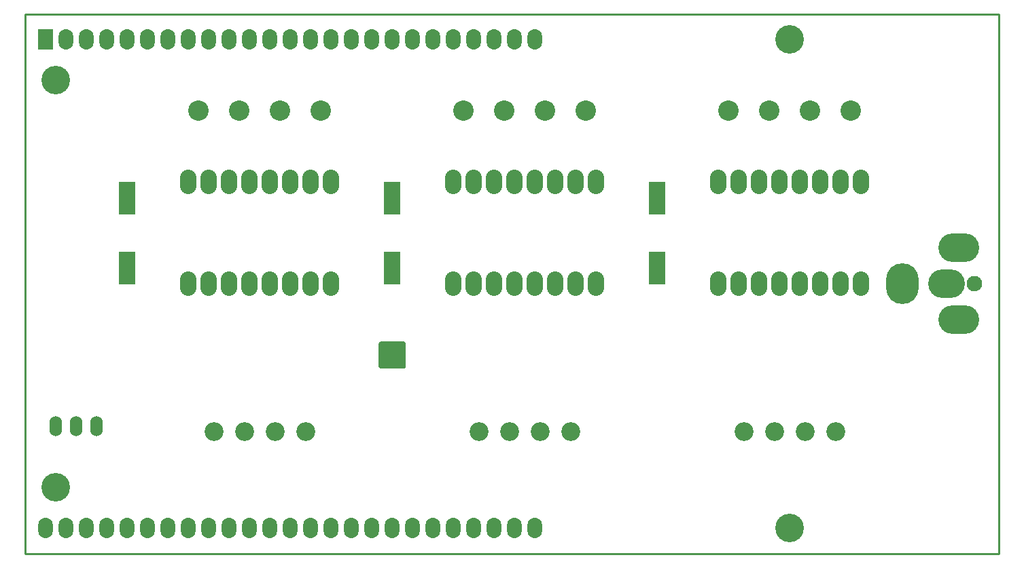
<source format=gts>
%TF.GenerationSoftware,KiCad,Pcbnew,5.1.0-unknown-2447933~82~ubuntu18.04.1*%
%TF.CreationDate,2019-04-02T11:04:36-04:00*%
%TF.ProjectId,stepper_controller_5x3,73746570-7065-4725-9f63-6f6e74726f6c,1.2*%
%TF.SameCoordinates,Original*%
%TF.FileFunction,Soldermask,Top*%
%TF.FilePolarity,Negative*%
%FSLAX46Y46*%
G04 Gerber Fmt 4.6, Leading zero omitted, Abs format (unit mm)*
G04 Created by KiCad (PCBNEW 5.1.0-unknown-2447933~82~ubuntu18.04.1) date 2019-04-02 11:04:36*
%MOMM*%
%LPD*%
G04 APERTURE LIST*
%ADD10C,0.228600*%
%ADD11C,0.100000*%
%ADD12C,3.400001*%
%ADD13O,2.032000X3.048000*%
%ADD14R,2.000000X4.100000*%
%ADD15O,1.854200X2.540000*%
%ADD16C,3.556000*%
%ADD17R,1.854200X2.540000*%
%ADD18O,5.080000X3.556000*%
%ADD19O,4.064000X5.080000*%
%ADD20O,4.572000X3.556000*%
%ADD21C,1.930400*%
%ADD22O,1.524000X2.540000*%
%ADD23C,2.540000*%
%ADD24C,2.340000*%
G04 APERTURE END LIST*
D10*
X191135000Y-71755000D02*
X69850000Y-71755000D01*
X191135000Y-139065000D02*
X191135000Y-71755000D01*
X69850000Y-139065000D02*
X191135000Y-139065000D01*
X69850000Y-71755000D02*
X69850000Y-139065000D01*
D11*
%TO.C,U1*%
G36*
X116963326Y-112601637D02*
G01*
X116996331Y-112606533D01*
X117028697Y-112614640D01*
X117060112Y-112625881D01*
X117090275Y-112640147D01*
X117118894Y-112657300D01*
X117145694Y-112677176D01*
X117170416Y-112699584D01*
X117192824Y-112724306D01*
X117212700Y-112751106D01*
X117229853Y-112779725D01*
X117244119Y-112809888D01*
X117255360Y-112841303D01*
X117263467Y-112873669D01*
X117268363Y-112906674D01*
X117270000Y-112940000D01*
X117270000Y-115660000D01*
X117268363Y-115693326D01*
X117263467Y-115726331D01*
X117255360Y-115758697D01*
X117244119Y-115790112D01*
X117229853Y-115820275D01*
X117212700Y-115848894D01*
X117192824Y-115875694D01*
X117170416Y-115900416D01*
X117145694Y-115922824D01*
X117118894Y-115942700D01*
X117090275Y-115959853D01*
X117060112Y-115974119D01*
X117028697Y-115985360D01*
X116996331Y-115993467D01*
X116963326Y-115998363D01*
X116930000Y-116000000D01*
X114210000Y-116000000D01*
X114176674Y-115998363D01*
X114143669Y-115993467D01*
X114111303Y-115985360D01*
X114079888Y-115974119D01*
X114049725Y-115959853D01*
X114021106Y-115942700D01*
X113994306Y-115922824D01*
X113969584Y-115900416D01*
X113947176Y-115875694D01*
X113927300Y-115848894D01*
X113910147Y-115820275D01*
X113895881Y-115790112D01*
X113884640Y-115758697D01*
X113876533Y-115726331D01*
X113871637Y-115693326D01*
X113870000Y-115660000D01*
X113870000Y-112940000D01*
X113871637Y-112906674D01*
X113876533Y-112873669D01*
X113884640Y-112841303D01*
X113895881Y-112809888D01*
X113910147Y-112779725D01*
X113927300Y-112751106D01*
X113947176Y-112724306D01*
X113969584Y-112699584D01*
X113994306Y-112677176D01*
X114021106Y-112657300D01*
X114049725Y-112640147D01*
X114079888Y-112625881D01*
X114111303Y-112614640D01*
X114143669Y-112606533D01*
X114176674Y-112601637D01*
X114210000Y-112600000D01*
X116930000Y-112600000D01*
X116963326Y-112601637D01*
X116963326Y-112601637D01*
G37*
D12*
X115570000Y-114300000D03*
%TD*%
D13*
%TO.C,SS1*%
X173990000Y-105410000D03*
X171450000Y-105410000D03*
X168910000Y-105410000D03*
X166370000Y-105410000D03*
X163830000Y-105410000D03*
X161290000Y-105410000D03*
X158750000Y-105410000D03*
X156210000Y-105410000D03*
X156210000Y-92710000D03*
X158750000Y-92710000D03*
X161290000Y-92710000D03*
X163830000Y-92710000D03*
X166370000Y-92710000D03*
X168910000Y-92710000D03*
X171450000Y-92710000D03*
X173990000Y-92710000D03*
%TD*%
%TO.C,SS2*%
X140970000Y-105410000D03*
X138430000Y-105410000D03*
X135890000Y-105410000D03*
X133350000Y-105410000D03*
X130810000Y-105410000D03*
X128270000Y-105410000D03*
X125730000Y-105410000D03*
X123190000Y-105410000D03*
X123190000Y-92710000D03*
X125730000Y-92710000D03*
X128270000Y-92710000D03*
X130810000Y-92710000D03*
X133350000Y-92710000D03*
X135890000Y-92710000D03*
X138430000Y-92710000D03*
X140970000Y-92710000D03*
%TD*%
%TO.C,SS3*%
X107950000Y-105410000D03*
X105410000Y-105410000D03*
X102870000Y-105410000D03*
X100330000Y-105410000D03*
X97790000Y-105410000D03*
X95250000Y-105410000D03*
X92710000Y-105410000D03*
X90170000Y-105410000D03*
X90170000Y-92710000D03*
X92710000Y-92710000D03*
X95250000Y-92710000D03*
X97790000Y-92710000D03*
X100330000Y-92710000D03*
X102870000Y-92710000D03*
X105410000Y-92710000D03*
X107950000Y-92710000D03*
%TD*%
D14*
%TO.C,C6*%
X148590000Y-103410000D03*
X148590000Y-94710000D03*
%TD*%
D15*
%TO.C,MDB1*%
X133350000Y-74930000D03*
X130810000Y-74930000D03*
X128270000Y-74930000D03*
X125730000Y-74930000D03*
X123190000Y-74930000D03*
X120650000Y-74930000D03*
X118110000Y-74930000D03*
X115570000Y-74930000D03*
X113030000Y-74930000D03*
X133350000Y-135890000D03*
X130810000Y-135890000D03*
X128270000Y-135890000D03*
X125730000Y-135890000D03*
X123190000Y-135890000D03*
X120650000Y-135890000D03*
X118110000Y-135890000D03*
X115570000Y-135890000D03*
X113030000Y-135890000D03*
D16*
X165100000Y-74930000D03*
X165100000Y-135890000D03*
X73660000Y-130810000D03*
X73660000Y-80010000D03*
D15*
X72390000Y-135890000D03*
X74930000Y-135890000D03*
X77470000Y-135890000D03*
X80010000Y-135890000D03*
X82550000Y-135890000D03*
X85090000Y-135890000D03*
X87630000Y-135890000D03*
X90170000Y-135890000D03*
X92710000Y-135890000D03*
X95250000Y-135890000D03*
X97790000Y-135890000D03*
X100330000Y-135890000D03*
X102870000Y-135890000D03*
X105410000Y-135890000D03*
X107950000Y-135890000D03*
X110490000Y-135890000D03*
X110490000Y-74930000D03*
X107950000Y-74930000D03*
X105410000Y-74930000D03*
X102870000Y-74930000D03*
X100330000Y-74930000D03*
X97790000Y-74930000D03*
X95250000Y-74930000D03*
X92710000Y-74930000D03*
X90170000Y-74930000D03*
X87630000Y-74930000D03*
X85090000Y-74930000D03*
X82550000Y-74930000D03*
X80010000Y-74930000D03*
D17*
X72390000Y-74930000D03*
D15*
X77470000Y-74930000D03*
X74930000Y-74930000D03*
%TD*%
D18*
%TO.C,P1*%
X186131200Y-109905800D03*
X186131200Y-100914200D03*
D19*
X179146200Y-105410000D03*
D20*
X184632600Y-105410000D03*
D21*
X188137800Y-105410000D03*
%TD*%
D22*
%TO.C,REG1*%
X73660000Y-123190000D03*
X78740000Y-123190000D03*
X76200000Y-123190000D03*
%TD*%
D14*
%TO.C,C10*%
X115570000Y-103410000D03*
X115570000Y-94710000D03*
%TD*%
%TO.C,C14*%
X82550000Y-103410000D03*
X82550000Y-94710000D03*
%TD*%
D23*
%TO.C,T1*%
X172720000Y-83820000D03*
X157480000Y-83820000D03*
X162560000Y-83820000D03*
X167640000Y-83820000D03*
%TD*%
D24*
%TO.C,T2*%
X170815000Y-123825000D03*
X159385000Y-123825000D03*
X163195000Y-123825000D03*
X167005000Y-123825000D03*
%TD*%
D23*
%TO.C,T3*%
X139700000Y-83820000D03*
X124460000Y-83820000D03*
X129540000Y-83820000D03*
X134620000Y-83820000D03*
%TD*%
D24*
%TO.C,T4*%
X137795000Y-123825000D03*
X126365000Y-123825000D03*
X130175000Y-123825000D03*
X133985000Y-123825000D03*
%TD*%
D23*
%TO.C,T5*%
X106680000Y-83820000D03*
X91440000Y-83820000D03*
X96520000Y-83820000D03*
X101600000Y-83820000D03*
%TD*%
D24*
%TO.C,T6*%
X104775000Y-123825000D03*
X93345000Y-123825000D03*
X97155000Y-123825000D03*
X100965000Y-123825000D03*
%TD*%
M02*

</source>
